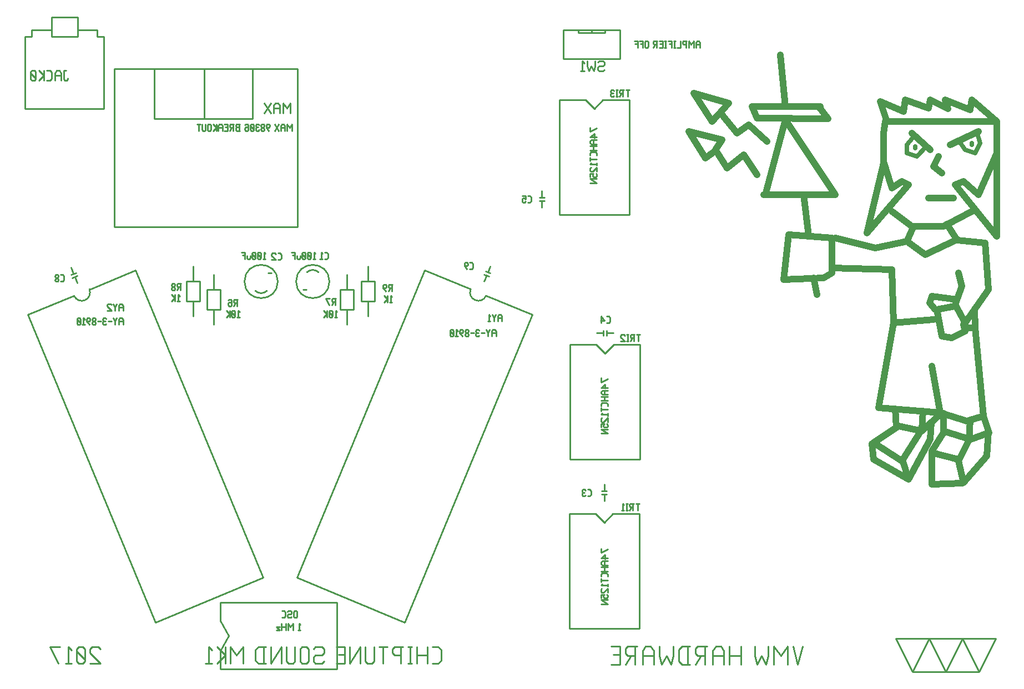
<source format=gbr>
G04 start of page 10 for group -4078 idx -4078 *
G04 Title: (unknown), bottomsilk *
G04 Creator: pcb 20140316 *
G04 CreationDate: Sat 22 Apr 2017 04:45:52 AM GMT UTC *
G04 For: vince *
G04 Format: Gerber/RS-274X *
G04 PCB-Dimensions (mil): 6900.00 3900.00 *
G04 PCB-Coordinate-Origin: lower left *
%MOIN*%
%FSLAX25Y25*%
%LNBOTTOMSILK*%
%ADD118C,0.0100*%
%ADD117C,0.0250*%
%ADD116C,0.0400*%
%ADD115C,0.0110*%
G54D115*X402000Y180000D02*X398000Y178000D01*
Y180500D01*
X400500Y176800D02*X398000Y174800D01*
X400500Y174300D02*Y176800D01*
X398000Y174800D02*X402000D01*
X399000Y173100D02*X402000D01*
X399000D02*X398000Y172400D01*
Y171300D02*Y172400D01*
Y171300D02*X399000Y170600D01*
X402000D01*
X400000D02*Y173100D01*
X398000Y169400D02*X402000D01*
X398000Y166900D02*X402000D01*
X400000D02*Y169400D01*
X402000Y163700D02*Y165000D01*
X401300Y165700D02*X402000Y165000D01*
X398700Y165700D02*X401300D01*
X398700D02*X398000Y165000D01*
Y163700D02*Y165000D01*
Y160500D02*Y162500D01*
Y161500D02*X402000D01*
X398800Y159300D02*X398000Y158500D01*
X402000D01*
Y157800D02*Y159300D01*
X398500Y156600D02*X398000Y156100D01*
Y154600D02*Y156100D01*
Y154600D02*X398500Y154100D01*
X399500D01*
X402000Y156600D02*X399500Y154100D01*
X402000D02*Y156600D01*
X398000Y150900D02*Y152900D01*
X400000D01*
X399500Y152400D01*
Y151400D02*Y152400D01*
Y151400D02*X400000Y150900D01*
X401500D01*
X402000Y151400D02*X401500Y150900D01*
X402000Y151400D02*Y152400D01*
X401500Y152900D02*X402000Y152400D01*
X398000Y149700D02*X402000D01*
X398000D02*X402000Y147200D01*
X398000D02*X402000D01*
X395500Y330500D02*X391500Y328500D01*
Y331000D01*
X394000Y327300D02*X391500Y325300D01*
X394000Y324800D02*Y327300D01*
X391500Y325300D02*X395500D01*
X392500Y323600D02*X395500D01*
X392500D02*X391500Y322900D01*
Y321800D02*Y322900D01*
Y321800D02*X392500Y321100D01*
X395500D01*
X393500D02*Y323600D01*
X391500Y319900D02*X395500D01*
X391500Y317400D02*X395500D01*
X393500D02*Y319900D01*
X395500Y314200D02*Y315500D01*
X394800Y316200D02*X395500Y315500D01*
X392200Y316200D02*X394800D01*
X392200D02*X391500Y315500D01*
Y314200D02*Y315500D01*
Y311000D02*Y313000D01*
Y312000D02*X395500D01*
X392300Y309800D02*X391500Y309000D01*
X395500D01*
Y308300D02*Y309800D01*
X392000Y307100D02*X391500Y306600D01*
Y305100D02*Y306600D01*
Y305100D02*X392000Y304600D01*
X393000D01*
X395500Y307100D02*X393000Y304600D01*
X395500D02*Y307100D01*
X391500Y301400D02*Y303400D01*
X393500D01*
X393000Y302900D01*
Y301900D02*Y302900D01*
Y301900D02*X393500Y301400D01*
X395000D01*
X395500Y301900D02*X395000Y301400D01*
X395500Y301900D02*Y302900D01*
X395000Y303400D02*X395500Y302900D01*
X391500Y300200D02*X395500D01*
X391500D02*X395500Y297700D01*
X391500D02*X395500D01*
X457500Y379000D02*Y382000D01*
X456800Y383000D01*
X455700D02*X456800D01*
X455700D02*X455000Y382000D01*
Y379000D02*Y382000D01*
Y381000D02*X457500D01*
X453800Y379000D02*Y383000D01*
X452300Y381000D01*
X450800Y383000D01*
Y379000D02*Y383000D01*
X449100Y379000D02*Y383000D01*
X447600D02*X449600D01*
X447600D02*X447100Y382500D01*
Y381500D02*Y382500D01*
X447600Y381000D02*X447100Y381500D01*
X447600Y381000D02*X449100D01*
X445900Y379000D02*Y383000D01*
X443900Y379000D02*X445900D01*
X441700Y383000D02*X442700D01*
X442200Y379000D02*Y383000D01*
X441700Y379000D02*X442700D01*
X440500D02*Y383000D01*
X438500D02*X440500D01*
X439000Y381200D02*X440500D01*
X436300Y383000D02*X437300D01*
X436800Y379000D02*Y383000D01*
X436300Y379000D02*X437300D01*
X433600Y381200D02*X435100D01*
X433100Y379000D02*X435100D01*
Y383000D01*
X433100D02*X435100D01*
X429900D02*X431900D01*
X429900D02*X429400Y382500D01*
Y381500D02*Y382500D01*
X429900Y381000D02*X429400Y381500D01*
X429900Y381000D02*X431400D01*
Y379000D02*Y383000D01*
X430600Y381000D02*X429400Y379000D01*
X426400Y379500D02*Y382500D01*
X425900Y383000D01*
X424900D02*X425900D01*
X424900D02*X424400Y382500D01*
Y379500D02*Y382500D01*
X424900Y379000D02*X424400Y379500D01*
X424900Y379000D02*X425900D01*
X426400Y379500D02*X425900Y379000D01*
X423200D02*Y383000D01*
X421200D02*X423200D01*
X421700Y381200D02*X423200D01*
X420000Y379000D02*Y383000D01*
X418000D02*X420000D01*
X418500Y381200D02*X420000D01*
X519000Y19250D02*X516250Y8250D01*
X513500Y19250D01*
X510200Y8250D02*Y19250D01*
X506075Y13750D01*
X501950Y19250D01*
Y8250D02*Y19250D01*
X498650Y13750D02*Y19250D01*
Y13750D02*X497275Y8250D01*
X494525Y13750D01*
X491775Y8250D01*
X490400Y13750D01*
Y19250D01*
X482150Y8250D02*Y19250D01*
X475275Y8250D02*Y19250D01*
Y13750D02*X482150D01*
X471975Y8250D02*Y16500D01*
X470050Y19250D01*
X467025D02*X470050D01*
X467025D02*X465100Y16500D01*
Y8250D02*Y16500D01*
Y13750D02*X471975D01*
X456300Y19250D02*X461800D01*
X456300D02*X454925Y17875D01*
Y15125D02*Y17875D01*
X456300Y13750D02*X454925Y15125D01*
X456300Y13750D02*X460425D01*
Y8250D02*Y19250D01*
X458225Y13750D02*X454925Y8250D01*
X450250D02*Y19250D01*
X446675D02*X444750Y17325D01*
Y10175D02*Y17325D01*
X446675Y8250D02*X444750Y10175D01*
X446675Y8250D02*X451625D01*
X446675Y19250D02*X451625D01*
X441450Y13750D02*Y19250D01*
Y13750D02*X440075Y8250D01*
X437325Y13750D01*
X434575Y8250D01*
X433200Y13750D01*
Y19250D01*
X429900Y8250D02*Y16500D01*
X427975Y19250D01*
X424950D02*X427975D01*
X424950D02*X423025Y16500D01*
Y8250D02*Y16500D01*
Y13750D02*X429900D01*
X414225Y19250D02*X419725D01*
X414225D02*X412850Y17875D01*
Y15125D02*Y17875D01*
X414225Y13750D02*X412850Y15125D01*
X414225Y13750D02*X418350D01*
Y8250D02*Y19250D01*
X416150Y13750D02*X412850Y8250D01*
X405425Y14300D02*X409550D01*
X404050Y8250D02*X409550D01*
Y19250D01*
X404050D02*X409550D01*
X296960Y8900D02*X300236D01*
X302000Y10664D02*X300236Y8900D01*
X302000Y10664D02*Y17216D01*
X300236Y18980D01*
X296960D02*X300236D01*
X293936Y8900D02*Y18980D01*
X287636Y8900D02*Y18980D01*
Y13940D02*X293936D01*
X282092Y18980D02*X284612D01*
X283352Y8900D02*Y18980D01*
X282092Y8900D02*X284612D01*
X277808D02*Y18980D01*
X274028D02*X279068D01*
X274028D02*X272768Y17720D01*
Y15200D02*Y17720D01*
X274028Y13940D02*X272768Y15200D01*
X274028Y13940D02*X277808D01*
X264704Y18980D02*X269744D01*
X267224Y8900D02*Y18980D01*
X261680Y10160D02*Y18980D01*
Y10160D02*X260420Y8900D01*
X257900D02*X260420D01*
X257900D02*X256640Y10160D01*
Y18980D01*
X253616Y8900D02*Y18980D01*
X247316Y8900D01*
Y18980D01*
X240512Y14444D02*X244292D01*
X239252Y8900D02*X244292D01*
Y18980D01*
X239252D02*X244292D01*
X226652D02*X225392Y17720D01*
X226652Y18980D02*X230432D01*
X231692Y17720D02*X230432Y18980D01*
X231692Y15200D02*Y17720D01*
Y15200D02*X230432Y13940D01*
X226652D02*X230432D01*
X226652D02*X225392Y12680D01*
Y10160D02*Y12680D01*
X226652Y8900D02*X225392Y10160D01*
X226652Y8900D02*X230432D01*
X231692Y10160D02*X230432Y8900D01*
X222368Y10160D02*Y17720D01*
X221108Y18980D01*
X218588D02*X221108D01*
X218588D02*X217328Y17720D01*
Y10160D02*Y17720D01*
X218588Y8900D02*X217328Y10160D01*
X218588Y8900D02*X221108D01*
X222368Y10160D02*X221108Y8900D01*
X214304Y10160D02*Y18980D01*
Y10160D02*X213044Y8900D01*
X210524D02*X213044D01*
X210524D02*X209264Y10160D01*
Y18980D01*
X206240Y8900D02*Y18980D01*
X199940Y8900D01*
Y18980D01*
X195656Y8900D02*Y18980D01*
X192380D02*X190616Y17216D01*
Y10664D02*Y17216D01*
X192380Y8900D02*X190616Y10664D01*
X192380Y8900D02*X196916D01*
X192380Y18980D02*X196916D01*
X183056Y8900D02*Y18980D01*
X179276Y13940D01*
X175496Y18980D01*
Y8900D02*Y18980D01*
X172472Y8900D02*Y18980D01*
Y13940D02*X167432Y18980D01*
X172472Y13940D02*X167432Y8900D01*
X164408Y16964D02*X162392Y18980D01*
Y8900D02*Y18980D01*
X160628Y8900D02*X164408D01*
X97500Y17720D02*X96240Y18980D01*
X92460D02*X96240D01*
X92460D02*X91200Y17720D01*
Y15200D02*Y17720D01*
X97500Y8900D02*X91200Y15200D01*
Y8900D02*X97500D01*
X88176Y10160D02*X86916Y8900D01*
X88176Y10160D02*Y17720D01*
X86916Y18980D01*
X84396D02*X86916D01*
X84396D02*X83136Y17720D01*
Y10160D02*Y17720D01*
X84396Y8900D02*X83136Y10160D01*
X84396Y8900D02*X86916D01*
X88176Y11420D02*X83136Y16460D01*
X80112Y16964D02*X78096Y18980D01*
Y8900D02*Y18980D01*
X76332Y8900D02*X80112D01*
X72048D02*X67008Y18980D01*
X73308D01*
X402000Y77500D02*X398000Y75500D01*
Y78000D01*
X400500Y74300D02*X398000Y72300D01*
X400500Y71800D02*Y74300D01*
X398000Y72300D02*X402000D01*
X399000Y70600D02*X402000D01*
X399000D02*X398000Y69900D01*
Y68800D02*Y69900D01*
Y68800D02*X399000Y68100D01*
X402000D01*
X400000D02*Y70600D01*
X398000Y66900D02*X402000D01*
X398000Y64400D02*X402000D01*
X400000D02*Y66900D01*
X402000Y61200D02*Y62500D01*
X401300Y63200D02*X402000Y62500D01*
X398700Y63200D02*X401300D01*
X398700D02*X398000Y62500D01*
Y61200D02*Y62500D01*
Y58000D02*Y60000D01*
Y59000D02*X402000D01*
X398800Y56800D02*X398000Y56000D01*
X402000D01*
Y55300D02*Y56800D01*
X398500Y54100D02*X398000Y53600D01*
Y52100D02*Y53600D01*
Y52100D02*X398500Y51600D01*
X399500D01*
X402000Y54100D02*X399500Y51600D01*
X402000D02*Y54100D01*
X398000Y48400D02*Y50400D01*
X400000D01*
X399500Y49900D01*
Y48900D02*Y49900D01*
Y48900D02*X400000Y48400D01*
X401500D01*
X402000Y48900D02*X401500Y48400D01*
X402000Y48900D02*Y49900D01*
X401500Y50400D02*X402000Y49900D01*
X398000Y47200D02*X402000D01*
X398000D02*X402000Y44700D01*
X398000D02*X402000D01*
X217500Y32200D02*X216700Y33000D01*
Y29000D02*Y33000D01*
X216000Y29000D02*X217500D01*
X213000D02*Y33000D01*
X211500Y31000D01*
X210000Y33000D01*
Y29000D02*Y33000D01*
X208800Y29000D02*Y33000D01*
X206300Y29000D02*Y33000D01*
Y31000D02*X208800D01*
X203100D02*X205100D01*
Y29000D02*X203100Y31000D01*
Y29000D02*X205100D01*
X335000Y205500D02*Y208500D01*
X334300Y209500D01*
X333200D02*X334300D01*
X333200D02*X332500Y208500D01*
Y205500D02*Y208500D01*
Y207500D02*X335000D01*
X331300Y209500D02*X330300Y207500D01*
X329300Y209500D01*
X330300Y205500D02*Y207500D01*
X326100D02*X328100D01*
X324900Y209000D02*X324400Y209500D01*
X323400D02*X324400D01*
X323400D02*X322900Y209000D01*
X323400Y205500D02*X322900Y206000D01*
X323400Y205500D02*X324400D01*
X324900Y206000D02*X324400Y205500D01*
X323400Y207700D02*X324400D01*
X322900Y208200D02*Y209000D01*
Y206000D02*Y207200D01*
X323400Y207700D01*
X322900Y208200D02*X323400Y207700D01*
X319700Y207500D02*X321700D01*
X318500Y206000D02*X318000Y205500D01*
X318500Y206000D02*Y206800D01*
X317800Y207500D01*
X317200D02*X317800D01*
X317200D02*X316500Y206800D01*
Y206000D02*Y206800D01*
X317000Y205500D02*X316500Y206000D01*
X317000Y205500D02*X318000D01*
X318500Y208200D02*X317800Y207500D01*
X318500Y208200D02*Y209000D01*
X318000Y209500D01*
X317000D02*X318000D01*
X317000D02*X316500Y209000D01*
Y208200D02*Y209000D01*
X317200Y207500D02*X316500Y208200D01*
X314800Y205500D02*X313300Y207500D01*
Y209000D01*
X313800Y209500D02*X313300Y209000D01*
X313800Y209500D02*X314800D01*
X315300Y209000D02*X314800Y209500D01*
X315300Y208000D02*Y209000D01*
Y208000D02*X314800Y207500D01*
X313300D02*X314800D01*
X312100Y208700D02*X311300Y209500D01*
Y205500D02*Y209500D01*
X310600Y205500D02*X312100D01*
X309400Y206000D02*X308900Y205500D01*
X309400Y206000D02*Y209000D01*
X308900Y209500D01*
X307900D02*X308900D01*
X307900D02*X307400Y209000D01*
Y206000D02*Y209000D01*
X307900Y205500D02*X307400Y206000D01*
X307900Y205500D02*X308900D01*
X309400Y206500D02*X307400Y208500D01*
X272500Y229200D02*X271700Y230000D01*
Y226000D02*Y230000D01*
X271000Y226000D02*X272500D01*
X269800D02*Y230000D01*
Y228000D02*X267800Y230000D01*
X269800Y228000D02*X267800Y226000D01*
X239500Y220200D02*X238700Y221000D01*
Y217000D02*Y221000D01*
X238000Y217000D02*X239500D01*
X236800Y217500D02*X236300Y217000D01*
X236800Y217500D02*Y220500D01*
X236300Y221000D01*
X235300D02*X236300D01*
X235300D02*X234800Y220500D01*
Y217500D02*Y220500D01*
X235300Y217000D02*X234800Y217500D01*
X235300Y217000D02*X236300D01*
X236800Y218000D02*X234800Y220000D01*
X233600Y217000D02*Y221000D01*
Y219000D02*X231600Y221000D01*
X233600Y219000D02*X231600Y217000D01*
X111000Y212500D02*Y215500D01*
X110300Y216500D01*
X109200D02*X110300D01*
X109200D02*X108500Y215500D01*
Y212500D02*Y215500D01*
Y214500D02*X111000D01*
X107300Y216500D02*X106300Y214500D01*
X105300Y216500D01*
X106300Y212500D02*Y214500D01*
X102100D02*X104100D01*
X100900Y216000D02*X100400Y216500D01*
X99400D02*X100400D01*
X99400D02*X98900Y216000D01*
X99400Y212500D02*X98900Y213000D01*
X99400Y212500D02*X100400D01*
X100900Y213000D02*X100400Y212500D01*
X99400Y214700D02*X100400D01*
X98900Y215200D02*Y216000D01*
Y213000D02*Y214200D01*
X99400Y214700D01*
X98900Y215200D02*X99400Y214700D01*
X95700Y214500D02*X97700D01*
X94500Y213000D02*X94000Y212500D01*
X94500Y213000D02*Y213800D01*
X93800Y214500D01*
X93200D02*X93800D01*
X93200D02*X92500Y213800D01*
Y213000D02*Y213800D01*
X93000Y212500D02*X92500Y213000D01*
X93000Y212500D02*X94000D01*
X94500Y215200D02*X93800Y214500D01*
X94500Y215200D02*Y216000D01*
X94000Y216500D01*
X93000D02*X94000D01*
X93000D02*X92500Y216000D01*
Y215200D02*Y216000D01*
X93200Y214500D02*X92500Y215200D01*
X90800Y212500D02*X89300Y214500D01*
Y216000D01*
X89800Y216500D02*X89300Y216000D01*
X89800Y216500D02*X90800D01*
X91300Y216000D02*X90800Y216500D01*
X91300Y215000D02*Y216000D01*
Y215000D02*X90800Y214500D01*
X89300D02*X90800D01*
X88100Y215700D02*X87300Y216500D01*
Y212500D02*Y216500D01*
X86600Y212500D02*X88100D01*
X85400Y213000D02*X84900Y212500D01*
X85400Y213000D02*Y216000D01*
X84900Y216500D01*
X83900D02*X84900D01*
X83900D02*X83400Y216000D01*
Y213000D02*Y216000D01*
X83900Y212500D02*X83400Y213000D01*
X83900Y212500D02*X84900D01*
X85400Y213500D02*X83400Y215500D01*
X181000Y220200D02*X180200Y221000D01*
Y217000D02*Y221000D01*
X179500Y217000D02*X181000D01*
X178300Y217500D02*X177800Y217000D01*
X178300Y217500D02*Y220500D01*
X177800Y221000D01*
X176800D02*X177800D01*
X176800D02*X176300Y220500D01*
Y217500D02*Y220500D01*
X176800Y217000D02*X176300Y217500D01*
X176800Y217000D02*X177800D01*
X178300Y218000D02*X176300Y220000D01*
X175100Y217000D02*Y221000D01*
Y219000D02*X173100Y221000D01*
X175100Y219000D02*X173100Y217000D01*
X145000Y229700D02*X144200Y230500D01*
Y226500D02*Y230500D01*
X143500Y226500D02*X145000D01*
X142300D02*Y230500D01*
Y228500D02*X140300Y230500D01*
X142300Y228500D02*X140300Y226500D01*
X226500Y255200D02*X225700Y256000D01*
Y252000D02*Y256000D01*
X225000Y252000D02*X226500D01*
X223800Y252500D02*X223300Y252000D01*
X223800Y252500D02*Y255500D01*
X223300Y256000D01*
X222300D02*X223300D01*
X222300D02*X221800Y255500D01*
Y252500D02*Y255500D01*
X222300Y252000D02*X221800Y252500D01*
X222300Y252000D02*X223300D01*
X223800Y253000D02*X221800Y255000D01*
X220600Y252500D02*X220100Y252000D01*
X220600Y252500D02*Y255500D01*
X220100Y256000D01*
X219100D02*X220100D01*
X219100D02*X218600Y255500D01*
Y252500D02*Y255500D01*
X219100Y252000D02*X218600Y252500D01*
X219100Y252000D02*X220100D01*
X220600Y253000D02*X218600Y255000D01*
X217400Y252500D02*Y254000D01*
Y252500D02*X216900Y252000D01*
X215900D02*X216900D01*
X215900D02*X215400Y252500D01*
Y254000D01*
X214200Y252000D02*Y256000D01*
X212200D02*X214200D01*
X212700Y254200D02*X214200D01*
X196500Y255200D02*X195700Y256000D01*
Y252000D02*Y256000D01*
X195000Y252000D02*X196500D01*
X193800Y252500D02*X193300Y252000D01*
X193800Y252500D02*Y255500D01*
X193300Y256000D01*
X192300D02*X193300D01*
X192300D02*X191800Y255500D01*
Y252500D02*Y255500D01*
X192300Y252000D02*X191800Y252500D01*
X192300Y252000D02*X193300D01*
X193800Y253000D02*X191800Y255000D01*
X190600Y252500D02*X190100Y252000D01*
X190600Y252500D02*Y255500D01*
X190100Y256000D01*
X189100D02*X190100D01*
X189100D02*X188600Y255500D01*
Y252500D02*Y255500D01*
X189100Y252000D02*X188600Y252500D01*
X189100Y252000D02*X190100D01*
X190600Y253000D02*X188600Y255000D01*
X187400Y252500D02*Y254000D01*
Y252500D02*X186900Y252000D01*
X185900D02*X186900D01*
X185900D02*X185400Y252500D01*
Y254000D01*
X184200Y252000D02*Y256000D01*
X182200D02*X184200D01*
X182700Y254200D02*X184200D01*
X212500Y329000D02*Y333000D01*
X211000Y331000D01*
X209500Y333000D01*
Y329000D02*Y333000D01*
X208300Y329000D02*Y332000D01*
X207600Y333000D01*
X206500D02*X207600D01*
X206500D02*X205800Y332000D01*
Y329000D02*Y332000D01*
Y331000D02*X208300D01*
X204600Y329000D02*X202100Y333000D01*
X204600D02*X202100Y329000D01*
X198600D02*X197100Y331000D01*
Y332500D01*
X197600Y333000D02*X197100Y332500D01*
X197600Y333000D02*X198600D01*
X199100Y332500D02*X198600Y333000D01*
X199100Y331500D02*Y332500D01*
Y331500D02*X198600Y331000D01*
X197100D02*X198600D01*
X195900Y329500D02*X195400Y329000D01*
X195900Y329500D02*Y330300D01*
X195200Y331000D01*
X194600D02*X195200D01*
X194600D02*X193900Y330300D01*
Y329500D02*Y330300D01*
X194400Y329000D02*X193900Y329500D01*
X194400Y329000D02*X195400D01*
X195900Y331700D02*X195200Y331000D01*
X195900Y331700D02*Y332500D01*
X195400Y333000D01*
X194400D02*X195400D01*
X194400D02*X193900Y332500D01*
Y331700D02*Y332500D01*
X194600Y331000D02*X193900Y331700D01*
X192700Y332500D02*X192200Y333000D01*
X191200D02*X192200D01*
X191200D02*X190700Y332500D01*
X191200Y329000D02*X190700Y329500D01*
X191200Y329000D02*X192200D01*
X192700Y329500D02*X192200Y329000D01*
X191200Y331200D02*X192200D01*
X190700Y331700D02*Y332500D01*
Y329500D02*Y330700D01*
X191200Y331200D01*
X190700Y331700D02*X191200Y331200D01*
X189500Y329500D02*X189000Y329000D01*
X189500Y329500D02*Y332500D01*
X189000Y333000D01*
X188000D02*X189000D01*
X188000D02*X187500Y332500D01*
Y329500D02*Y332500D01*
X188000Y329000D02*X187500Y329500D01*
X188000Y329000D02*X189000D01*
X189500Y330000D02*X187500Y332000D01*
X184800Y333000D02*X184300Y332500D01*
X184800Y333000D02*X185800D01*
X186300Y332500D02*X185800Y333000D01*
X186300Y329500D02*Y332500D01*
Y329500D02*X185800Y329000D01*
X184800Y331200D02*X184300Y330700D01*
X184800Y331200D02*X186300D01*
X184800Y329000D02*X185800D01*
X184800D02*X184300Y329500D01*
Y330700D01*
X179300Y329000D02*X181300D01*
X179300D02*X178800Y329500D01*
Y330700D01*
X179300Y331200D02*X178800Y330700D01*
X179300Y331200D02*X180800D01*
Y329000D02*Y333000D01*
X179300D02*X181300D01*
X179300D02*X178800Y332500D01*
Y331700D02*Y332500D01*
X179300Y331200D02*X178800Y331700D01*
X175600Y333000D02*X177600D01*
X175600D02*X175100Y332500D01*
Y331500D02*Y332500D01*
X175600Y331000D02*X175100Y331500D01*
X175600Y331000D02*X177100D01*
Y329000D02*Y333000D01*
X176300Y331000D02*X175100Y329000D01*
X172400Y331200D02*X173900D01*
X171900Y329000D02*X173900D01*
Y333000D01*
X171900D02*X173900D01*
X170700Y329000D02*Y332000D01*
X170000Y333000D01*
X168900D02*X170000D01*
X168900D02*X168200Y332000D01*
Y329000D02*Y332000D01*
Y331000D02*X170700D01*
X167000Y329000D02*Y333000D01*
Y331000D02*X165000Y333000D01*
X167000Y331000D02*X165000Y329000D01*
X163800Y329500D02*Y332500D01*
X163300Y333000D01*
X162300D02*X163300D01*
X162300D02*X161800Y332500D01*
Y329500D02*Y332500D01*
X162300Y329000D02*X161800Y329500D01*
X162300Y329000D02*X163300D01*
X163800Y329500D02*X163300Y329000D01*
X160600Y329500D02*Y333000D01*
Y329500D02*X160100Y329000D01*
X159100D02*X160100D01*
X159100D02*X158600Y329500D01*
Y333000D01*
X155400D02*X157400D01*
X156400Y329000D02*Y333000D01*
G54D116*X495739Y290800D02*X538739D01*
X496739D02*X508739Y335800D01*
X538739Y290800D01*
X497739Y322800D02*X486739Y332800D01*
X479739Y327800D01*
X470739Y338800D01*
X491739Y302800D02*X483739Y314800D01*
X473739Y306800D01*
X466739Y317800D01*
X470739Y323800D01*
X450739Y328800D01*
X460739Y312800D01*
X467128Y317189D01*
X474739Y345800D02*X464739Y334800D01*
X453739Y351800D01*
X474739Y345800D01*
X488739Y343800D02*X529739D01*
X488739D02*X491972Y336731D01*
X534327Y336150D01*
X528739Y343800D01*
X508739D02*X505739Y374800D01*
X536739Y264800D02*X510739Y266800D01*
X507739Y239800D01*
X531739Y240800D01*
X536739Y243800D01*
Y264800D02*Y243800D01*
X527739Y230800D02*X525739Y240550D01*
X522739Y265877D02*X519739Y290800D01*
X568739Y334800D02*X635739D01*
X568739D02*X567739Y327800D01*
Y309800D01*
X557739Y267800D01*
X582739Y296800D01*
X578739Y298800D01*
X572739Y294800D01*
X567739Y310800D01*
X635739Y334800D02*Y265800D01*
X610739Y296800D01*
X615739Y298800D01*
X624739Y290800D01*
X635739Y315800D01*
X602739Y303800D02*X597739Y307800D01*
X600739Y313800D01*
X624739Y328800D02*X607739Y320800D01*
X595739Y317800D02*X584739Y327800D01*
X622835Y281800D02*X603739Y271800D01*
X584739D02*X603739D01*
X584739D02*X572739Y280800D01*
X594739Y288800D02*X609739D01*
X605708Y272831D02*X611739Y263800D01*
X592739Y254800D01*
X581739Y262800D01*
X585739Y271800D01*
X581739Y262800D02*X562739Y258800D01*
X538739Y264646D01*
X536739Y246800D02*X572739Y245800D01*
X573739Y213800D01*
X597739Y215800D01*
X596739Y187800D02*X601739Y159800D01*
X564739Y162800D01*
X573739Y213800D01*
X612139Y263200D02*X628739Y261800D01*
X630739Y233800D01*
X616739Y213800D01*
X610739Y224800D01*
X614739Y235800D01*
X612739Y243800D01*
X622503Y222035D02*X622739Y210800D01*
X618739D02*X622739D01*
X627739Y157800D01*
X617739Y154800D01*
X601739Y159800D01*
X615915Y212624D02*X616739Y208800D01*
X608739Y204800D01*
X602739Y205800D01*
X599739Y221800D01*
X610375Y223800D01*
X611805Y227733D02*X596739Y229800D01*
X595433Y225810D01*
X598897Y221642D01*
X627739Y157800D02*X630739Y148800D01*
X629739Y133800D01*
X615739Y117800D01*
X612739Y130800D01*
X619739Y144800D01*
X631072Y147800D02*X619072Y143467D01*
X619739Y155400D01*
X603739Y159175D02*Y147800D01*
X596739Y136800D01*
Y116800D01*
X615272Y117267D01*
X612551Y131613D02*X596739Y135800D01*
X619807Y143732D02*X603739Y148800D01*
X591564Y160625D02*X590739Y149800D01*
X578739Y130800D01*
X561739Y141800D01*
X576739Y151800D01*
X590662Y148800D01*
X575539Y151000D02*X574739Y161989D01*
X601917Y158800D02*X590662Y148800D01*
X596528Y154011D02*X595739Y143800D01*
X582739Y119800D01*
X579126Y131413D01*
X582739Y119800D02*X561739Y131800D01*
X560739Y141133D01*
X635739Y334800D02*X620739Y347800D01*
X619739Y341800D01*
X604739Y347800D01*
X606599Y342286D01*
X595739Y347800D01*
X594739Y342800D01*
X580739Y347800D01*
X579739Y340800D01*
X565739Y346800D01*
X569739Y334800D01*
G54D117*X623739Y328330D02*X625739Y321800D01*
X622739Y315800D01*
X616739Y317800D01*
X612739Y323153D01*
X585076Y324746D02*X581739Y320800D01*
Y315800D01*
X587739Y313800D01*
X593643Y319705D01*
X620739Y321800D02*Y320800D01*
X586739Y319800D02*Y318800D01*
G54D118*X415000Y347500D02*Y278500D01*
X373000D02*X415000D01*
X373000Y347500D02*Y278500D01*
Y347500D02*X388750D01*
X394000Y342250D01*
X399250Y347500D01*
X415000D01*
X362500Y287000D02*Y283000D01*
X361000Y287000D02*X364000D01*
X362500Y293000D02*Y289000D01*
X361000D02*X364000D01*
X327801Y238529D02*X329332Y242224D01*
X330718Y241650D02*X327946Y242798D01*
X330097Y244072D02*X331628Y247768D01*
X331483Y243498D02*X328711Y244646D01*
X169500Y45500D02*X239500D01*
Y5500D01*
X169500D02*X239500D01*
X169500Y16500D02*Y5500D01*
Y16500D02*X174500Y25500D01*
X169500Y34500D01*
Y45500D02*Y34500D01*
X421000Y99000D02*Y30000D01*
X379000D02*X421000D01*
X379000Y99000D02*Y30000D01*
Y99000D02*X394750D01*
X400000Y93750D01*
X405250Y99000D01*
X421000D01*
X118574Y245283D02*X195111Y60507D01*
X130439Y33719D01*
X53903Y218495D02*X130439Y33719D01*
X118574Y245283D02*X90858Y233802D01*
X81619Y229976D02*X53903Y218495D01*
X81636Y229935D02*G75*G03X90841Y233843I4603J1954D01*G01*
X165500Y221500D02*Y212500D01*
X161500Y221500D02*X169500D01*
Y233500D02*Y221500D01*
X161500Y233500D02*X169500D01*
X161500D02*Y221500D01*
X165500Y242500D02*Y233500D01*
X153000Y226500D02*Y217500D01*
X149000Y226500D02*X157000D01*
Y238500D02*Y226500D01*
X149000Y238500D02*X157000D01*
X149000D02*Y226500D01*
X153000Y247500D02*Y238500D01*
X198000Y243500D02*X200000D01*
X204000Y238500D02*G75*G03X204000Y238500I-10000J0D01*G01*
X190464Y232964D02*G75*G03X197536Y232964I3536J3536D01*G01*
X215692Y366420D02*Y271420D01*
X105692Y366420D02*X215692D01*
X105692D02*Y271420D01*
X215692D01*
X159692Y366420D02*Y336420D01*
X188692D01*
Y366420D02*Y336420D01*
X129692Y366420D02*X188692D01*
X129692D02*Y336420D01*
X159692D01*
X52309Y385580D02*Y342273D01*
Y385580D02*X56246D01*
Y389517D02*Y385580D01*
Y389517D02*X68057D01*
Y385580D01*
X83805D01*
Y389517D02*Y385580D01*
Y389517D02*X95616D01*
Y385580D01*
X99553D01*
Y342273D01*
X52309D02*X99553D01*
X68057Y397391D02*Y389517D01*
Y397391D02*X83805D01*
Y389517D01*
X83569Y237613D02*X82038Y241309D01*
X83424Y241883D02*X80652Y240735D01*
X81273Y243156D02*X79742Y246852D01*
X82659Y243730D02*X79887Y242582D01*
X245500Y221500D02*Y212500D01*
X241500Y221500D02*X249500D01*
Y233500D02*Y221500D01*
X241500Y233500D02*X249500D01*
X241500D02*Y221500D01*
X245500Y242500D02*Y233500D01*
X258000Y226500D02*Y217500D01*
X254000Y226500D02*X262000D01*
Y238500D02*Y226500D01*
X254000Y238500D02*X262000D01*
X254000D02*Y226500D01*
X258000Y247500D02*Y238500D01*
X219000Y233500D02*X221000D01*
X215000Y238500D02*G75*G03X215000Y238500I10000J0D01*G01*
X228536Y244036D02*G75*G03X221464Y244036I-3536J-3536D01*G01*
X356813Y218562D02*X280276Y33786D01*
X215604Y60574D01*
X292141Y245350D02*X215604Y60574D01*
X356813Y218562D02*X329097Y230042D01*
X319858Y233869D02*X292141Y245350D01*
X319874Y233910D02*G75*G03X329080Y230002I4603J-1954D01*G01*
X375571Y372339D02*X409429D01*
Y389661D02*Y372339D01*
X375571Y389661D02*X409429D01*
X375571D02*Y372339D01*
X384626Y389661D02*Y388087D01*
X400374D01*
Y389661D02*Y388087D01*
X392500Y389661D02*X400374D01*
X392500D02*Y388087D01*
X421455Y200500D02*Y131500D01*
X379455D02*X421455D01*
X379455Y200500D02*Y131500D01*
Y200500D02*X395205D01*
X400455Y195250D01*
X405705Y200500D01*
X421455D01*
X395500Y207500D02*X399500D01*
Y206000D02*Y209000D01*
X401500Y207500D02*X405500D01*
X401500Y206000D02*Y209000D01*
X400000Y110500D02*Y106500D01*
X398500Y110500D02*X401500D01*
X400000Y116500D02*Y112500D01*
X398500D02*X401500D01*
X635225Y24006D02*X625225Y4006D01*
X585225D02*X625225D01*
X585225D02*X575225Y24006D01*
X635225D01*
X625225Y4006D02*X615225Y24006D01*
X605225Y4006D01*
X595225Y24006D01*
X585225Y4006D01*
G54D115*X413000Y353500D02*X415000D01*
X414000Y349500D02*Y353500D01*
X409800D02*X411800D01*
X409800D02*X409300Y353000D01*
Y352000D02*Y353000D01*
X409800Y351500D02*X409300Y352000D01*
X409800Y351500D02*X411300D01*
Y349500D02*Y353500D01*
X410500Y351500D02*X409300Y349500D01*
X407100Y353500D02*X408100D01*
X407600Y349500D02*Y353500D01*
X407100Y349500D02*X408100D01*
X405900Y353000D02*X405400Y353500D01*
X404400D02*X405400D01*
X404400D02*X403900Y353000D01*
X404400Y349500D02*X403900Y350000D01*
X404400Y349500D02*X405400D01*
X405900Y350000D02*X405400Y349500D01*
X404400Y351700D02*X405400D01*
X403900Y352200D02*Y353000D01*
Y350000D02*Y351200D01*
X404400Y351700D01*
X403900Y352200D02*X404400Y351700D01*
X401500Y213500D02*X402800D01*
X403500Y214200D02*X402800Y213500D01*
X403500Y214200D02*Y216800D01*
X402800Y217500D01*
X401500D02*X402800D01*
X400300Y215000D02*X398300Y217500D01*
X397800Y215000D02*X400300D01*
X398300Y213500D02*Y217500D01*
X397000Y371000D02*X396250Y370250D01*
X397000Y371000D02*X399250D01*
X400000Y370250D02*X399250Y371000D01*
X400000Y368750D02*Y370250D01*
Y368750D02*X399250Y368000D01*
X397000D02*X399250D01*
X397000D02*X396250Y367250D01*
Y365750D02*Y367250D01*
X397000Y365000D02*X396250Y365750D01*
X397000Y365000D02*X399250D01*
X400000Y365750D02*X399250Y365000D01*
X394450Y368000D02*Y371000D01*
Y368000D02*X393700Y365000D01*
X392200Y368000D01*
X390700Y365000D01*
X389950Y368000D01*
Y371000D01*
X388150Y369800D02*X386950Y371000D01*
Y365000D02*Y371000D01*
X385900Y365000D02*X388150D01*
X215500Y37000D02*Y40000D01*
X215000Y40500D01*
X214000D02*X215000D01*
X214000D02*X213500Y40000D01*
Y37000D02*Y40000D01*
X214000Y36500D02*X213500Y37000D01*
X214000Y36500D02*X215000D01*
X215500Y37000D02*X215000Y36500D01*
X210300Y40500D02*X209800Y40000D01*
X210300Y40500D02*X211800D01*
X212300Y40000D02*X211800Y40500D01*
X212300Y39000D02*Y40000D01*
Y39000D02*X211800Y38500D01*
X210300D02*X211800D01*
X210300D02*X209800Y38000D01*
Y37000D02*Y38000D01*
X210300Y36500D02*X209800Y37000D01*
X210300Y36500D02*X211800D01*
X212300Y37000D02*X211800Y36500D01*
X206600D02*X207900D01*
X208600Y37200D02*X207900Y36500D01*
X208600Y37200D02*Y39800D01*
X207900Y40500D01*
X206600D02*X207900D01*
X111000Y221000D02*Y224000D01*
X110300Y225000D01*
X109200D02*X110300D01*
X109200D02*X108500Y224000D01*
Y221000D02*Y224000D01*
Y223000D02*X111000D01*
X107300Y225000D02*X106300Y223000D01*
X105300Y225000D01*
X106300Y221000D02*Y223000D01*
X104100Y224500D02*X103600Y225000D01*
X102100D02*X103600D01*
X102100D02*X101600Y224500D01*
Y223500D02*Y224500D01*
X104100Y221000D02*X101600Y223500D01*
Y221000D02*X104100D01*
X143900Y237300D02*X145900D01*
X143900D02*X143400Y236800D01*
Y235800D02*Y236800D01*
X143900Y235300D02*X143400Y235800D01*
X143900Y235300D02*X145400D01*
Y233300D02*Y237300D01*
X144600Y235300D02*X143400Y233300D01*
X142200Y233800D02*X141700Y233300D01*
X142200Y233800D02*Y234600D01*
X141500Y235300D01*
X140900D02*X141500D01*
X140900D02*X140200Y234600D01*
Y233800D02*Y234600D01*
X140700Y233300D02*X140200Y233800D01*
X140700Y233300D02*X141700D01*
X142200Y236000D02*X141500Y235300D01*
X142200Y236000D02*Y236800D01*
X141700Y237300D01*
X140700D02*X141700D01*
X140700D02*X140200Y236800D01*
Y236000D02*Y236800D01*
X140900Y235300D02*X140200Y236000D01*
X211580Y339692D02*Y345692D01*
X209330Y342692D01*
X207080Y345692D01*
Y339692D02*Y345692D01*
X205280Y339692D02*Y344192D01*
X204230Y345692D01*
X202580D02*X204230D01*
X202580D02*X201530Y344192D01*
Y339692D02*Y344192D01*
Y342692D02*X205280D01*
X199730Y339692D02*X195980Y345692D01*
X199730D02*X195980Y339692D01*
X75550Y365254D02*X76750D01*
X75550Y360004D02*Y365254D01*
X76300Y359254D02*X75550Y360004D01*
X76300Y359254D02*X77050D01*
X77800Y360004D02*X77050Y359254D01*
X77800Y360004D02*Y360754D01*
X73750Y359254D02*Y363754D01*
X72700Y365254D01*
X71050D02*X72700D01*
X71050D02*X70000Y363754D01*
Y359254D02*Y363754D01*
Y362254D02*X73750D01*
X65200Y359254D02*X67150D01*
X68200Y360304D02*X67150Y359254D01*
X68200Y360304D02*Y364204D01*
X67150Y365254D01*
X65200D02*X67150D01*
X63400Y359254D02*Y365254D01*
Y362254D02*X60400Y365254D01*
X63400Y362254D02*X60400Y359254D01*
X58600Y360004D02*X57850Y359254D01*
X58600Y360004D02*Y364504D01*
X57850Y365254D01*
X56350D02*X57850D01*
X56350D02*X55600Y364504D01*
Y360004D02*Y364504D01*
X56350Y359254D02*X55600Y360004D01*
X56350Y359254D02*X57850D01*
X58600Y360754D02*X55600Y363754D01*
X73500Y238500D02*X74800D01*
X75500Y239200D02*X74800Y238500D01*
X75500Y239200D02*Y241800D01*
X74800Y242500D01*
X73500D02*X74800D01*
X72300Y239000D02*X71800Y238500D01*
X72300Y239000D02*Y239800D01*
X71600Y240500D01*
X71000D02*X71600D01*
X71000D02*X70300Y239800D01*
Y239000D02*Y239800D01*
X70800Y238500D02*X70300Y239000D01*
X70800Y238500D02*X71800D01*
X72300Y241200D02*X71600Y240500D01*
X72300Y241200D02*Y242000D01*
X71800Y242500D01*
X70800D02*X71800D01*
X70800D02*X70300Y242000D01*
Y241200D02*Y242000D01*
X71000Y240500D02*X70300Y241200D01*
X419455Y206500D02*X421455D01*
X420455Y202500D02*Y206500D01*
X416255D02*X418255D01*
X416255D02*X415755Y206000D01*
Y205000D02*Y206000D01*
X416255Y204500D02*X415755Y205000D01*
X416255Y204500D02*X417755D01*
Y202500D02*Y206500D01*
X416955Y204500D02*X415755Y202500D01*
X413555Y206500D02*X414555D01*
X414055Y202500D02*Y206500D01*
X413555Y202500D02*X414555D01*
X412355Y206000D02*X411855Y206500D01*
X410355D02*X411855D01*
X410355D02*X409855Y206000D01*
Y205000D02*Y206000D01*
X412355Y202500D02*X409855Y205000D01*
Y202500D02*X412355D01*
X270900Y236800D02*X272900D01*
X270900D02*X270400Y236300D01*
Y235300D02*Y236300D01*
X270900Y234800D02*X270400Y235300D01*
X270900Y234800D02*X272400D01*
Y232800D02*Y236800D01*
X271600Y234800D02*X270400Y232800D01*
X268700D02*X267200Y234800D01*
Y236300D01*
X267700Y236800D02*X267200Y236300D01*
X267700Y236800D02*X268700D01*
X269200Y236300D02*X268700Y236800D01*
X269200Y235300D02*Y236300D01*
Y235300D02*X268700Y234800D01*
X267200D02*X268700D01*
X338500Y214500D02*Y217500D01*
X337800Y218500D01*
X336700D02*X337800D01*
X336700D02*X336000Y217500D01*
Y214500D02*Y217500D01*
Y216500D02*X338500D01*
X334800Y218500D02*X333800Y216500D01*
X332800Y218500D01*
X333800Y214500D02*Y216500D01*
X331600Y217700D02*X330800Y218500D01*
Y214500D02*Y218500D01*
X330100Y214500D02*X331600D01*
X319272Y245830D02*X320572D01*
X321272Y246530D02*X320572Y245830D01*
X321272Y246530D02*Y249130D01*
X320572Y249830D01*
X319272D02*X320572D01*
X317572Y245830D02*X316072Y247830D01*
Y249330D01*
X316572Y249830D02*X316072Y249330D01*
X316572Y249830D02*X317572D01*
X318072Y249330D02*X317572Y249830D01*
X318072Y248330D02*Y249330D01*
Y248330D02*X317572Y247830D01*
X316072D02*X317572D01*
X177900Y227800D02*X179900D01*
X177900D02*X177400Y227300D01*
Y226300D02*Y227300D01*
X177900Y225800D02*X177400Y226300D01*
X177900Y225800D02*X179400D01*
Y223800D02*Y227800D01*
X178600Y225800D02*X177400Y223800D01*
X174700Y227800D02*X174200Y227300D01*
X174700Y227800D02*X175700D01*
X176200Y227300D02*X175700Y227800D01*
X176200Y224300D02*Y227300D01*
Y224300D02*X175700Y223800D01*
X174700Y226000D02*X174200Y225500D01*
X174700Y226000D02*X176200D01*
X174700Y223800D02*X175700D01*
X174700D02*X174200Y224300D01*
Y225500D01*
X236900Y228300D02*X238900D01*
X236900D02*X236400Y227800D01*
Y226800D02*Y227800D01*
X236900Y226300D02*X236400Y226800D01*
X236900Y226300D02*X238400D01*
Y224300D02*Y228300D01*
X237600Y226300D02*X236400Y224300D01*
X234700D02*X232700Y228300D01*
X235200D01*
X232000Y252000D02*X233300D01*
X234000Y252700D02*X233300Y252000D01*
X234000Y252700D02*Y255300D01*
X233300Y256000D01*
X232000D02*X233300D01*
X230800Y255200D02*X230000Y256000D01*
Y252000D02*Y256000D01*
X229300Y252000D02*X230800D01*
X204000Y251500D02*X205300D01*
X206000Y252200D02*X205300Y251500D01*
X206000Y252200D02*Y254800D01*
X205300Y255500D01*
X204000D02*X205300D01*
X202800Y255000D02*X202300Y255500D01*
X200800D02*X202300D01*
X200800D02*X200300Y255000D01*
Y254000D02*Y255000D01*
X202800Y251500D02*X200300Y254000D01*
Y251500D02*X202800D01*
X390000Y109500D02*X391300D01*
X392000Y110200D02*X391300Y109500D01*
X392000Y110200D02*Y112800D01*
X391300Y113500D01*
X390000D02*X391300D01*
X388800Y113000D02*X388300Y113500D01*
X387300D02*X388300D01*
X387300D02*X386800Y113000D01*
X387300Y109500D02*X386800Y110000D01*
X387300Y109500D02*X388300D01*
X388800Y110000D02*X388300Y109500D01*
X387300Y111700D02*X388300D01*
X386800Y112200D02*Y113000D01*
Y110000D02*Y111200D01*
X387300Y111700D01*
X386800Y112200D02*X387300Y111700D01*
X354000Y286000D02*X355300D01*
X356000Y286700D02*X355300Y286000D01*
X356000Y286700D02*Y289300D01*
X355300Y290000D01*
X354000D02*X355300D01*
X350800D02*X352800D01*
Y288000D02*Y290000D01*
Y288000D02*X352300Y288500D01*
X351300D02*X352300D01*
X351300D02*X350800Y288000D01*
Y286500D02*Y288000D01*
X351300Y286000D02*X350800Y286500D01*
X351300Y286000D02*X352300D01*
X352800Y286500D02*X352300Y286000D01*
X419000Y105000D02*X421000D01*
X420000Y101000D02*Y105000D01*
X415800D02*X417800D01*
X415800D02*X415300Y104500D01*
Y103500D02*Y104500D01*
X415800Y103000D02*X415300Y103500D01*
X415800Y103000D02*X417300D01*
Y101000D02*Y105000D01*
X416500Y103000D02*X415300Y101000D01*
X413100Y105000D02*X414100D01*
X413600Y101000D02*Y105000D01*
X413100Y101000D02*X414100D01*
X411900Y104200D02*X411100Y105000D01*
Y101000D02*Y105000D01*
X410400Y101000D02*X411900D01*
M02*

</source>
